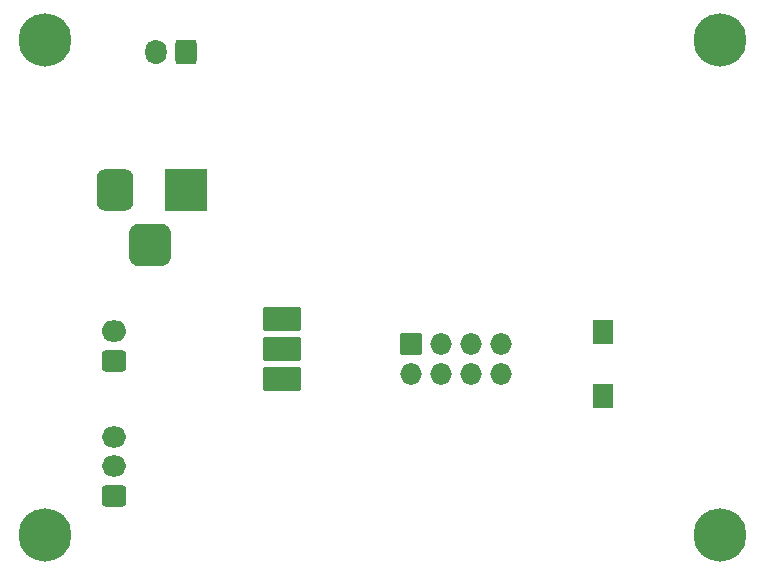
<source format=gbs>
%TF.GenerationSoftware,KiCad,Pcbnew,(6.0.7)*%
%TF.CreationDate,2022-09-15T17:32:09-05:00*%
%TF.ProjectId,Simplified01,53696d70-6c69-4666-9965-6430312e6b69,rev?*%
%TF.SameCoordinates,Original*%
%TF.FileFunction,Soldermask,Bot*%
%TF.FilePolarity,Negative*%
%FSLAX46Y46*%
G04 Gerber Fmt 4.6, Leading zero omitted, Abs format (unit mm)*
G04 Created by KiCad (PCBNEW (6.0.7)) date 2022-09-15 17:32:09*
%MOMM*%
%LPD*%
G01*
G04 APERTURE LIST*
G04 Aperture macros list*
%AMRoundRect*
0 Rectangle with rounded corners*
0 $1 Rounding radius*
0 $2 $3 $4 $5 $6 $7 $8 $9 X,Y pos of 4 corners*
0 Add a 4 corners polygon primitive as box body*
4,1,4,$2,$3,$4,$5,$6,$7,$8,$9,$2,$3,0*
0 Add four circle primitives for the rounded corners*
1,1,$1+$1,$2,$3*
1,1,$1+$1,$4,$5*
1,1,$1+$1,$6,$7*
1,1,$1+$1,$8,$9*
0 Add four rect primitives between the rounded corners*
20,1,$1+$1,$2,$3,$4,$5,0*
20,1,$1+$1,$4,$5,$6,$7,0*
20,1,$1+$1,$6,$7,$8,$9,0*
20,1,$1+$1,$8,$9,$2,$3,0*%
G04 Aperture macros list end*
%ADD10RoundRect,0.301000X0.600000X0.750000X-0.600000X0.750000X-0.600000X-0.750000X0.600000X-0.750000X0*%
%ADD11O,1.802000X2.102000*%
%ADD12C,4.502000*%
%ADD13RoundRect,0.301000X0.750000X-0.600000X0.750000X0.600000X-0.750000X0.600000X-0.750000X-0.600000X0*%
%ADD14O,2.102000X1.802000*%
%ADD15RoundRect,0.051000X-1.750000X-1.750000X1.750000X-1.750000X1.750000X1.750000X-1.750000X1.750000X0*%
%ADD16RoundRect,0.801000X-0.750000X-1.000000X0.750000X-1.000000X0.750000X1.000000X-0.750000X1.000000X0*%
%ADD17RoundRect,0.926000X-0.875000X-0.875000X0.875000X-0.875000X0.875000X0.875000X-0.875000X0.875000X0*%
%ADD18RoundRect,0.301000X0.725000X-0.600000X0.725000X0.600000X-0.725000X0.600000X-0.725000X-0.600000X0*%
%ADD19O,2.052000X1.802000*%
%ADD20RoundRect,0.051000X1.516000X-0.952500X1.516000X0.952500X-1.516000X0.952500X-1.516000X-0.952500X0*%
%ADD21RoundRect,0.051000X-0.800000X1.000000X-0.800000X-1.000000X0.800000X-1.000000X0.800000X1.000000X0*%
%ADD22RoundRect,0.051000X-0.863600X0.863600X-0.863600X-0.863600X0.863600X-0.863600X0.863600X0.863600X0*%
%ADD23O,1.829200X1.829200*%
G04 APERTURE END LIST*
D10*
X115439251Y-75209751D03*
D11*
X112939251Y-75209751D03*
D12*
X103501251Y-74193751D03*
X160651251Y-116103751D03*
X160651251Y-74193751D03*
D13*
X109343251Y-101371751D03*
D14*
X109343251Y-98871751D03*
D12*
X103501251Y-116103751D03*
D15*
X115439251Y-86893751D03*
D16*
X109439251Y-86893751D03*
D17*
X112439251Y-91593751D03*
D18*
X109343251Y-112801751D03*
D19*
X109343251Y-110301751D03*
X109343251Y-107801751D03*
D20*
X123559251Y-102895751D03*
X123559251Y-100355751D03*
X123559251Y-97815751D03*
D21*
X150745251Y-98925751D03*
X150745251Y-104325751D03*
D22*
X134489251Y-99974751D03*
D23*
X134489251Y-102514751D03*
X137029251Y-99974751D03*
X137029251Y-102514751D03*
X139569251Y-99974751D03*
X139569251Y-102514751D03*
X142109251Y-99974751D03*
X142109251Y-102514751D03*
M02*

</source>
